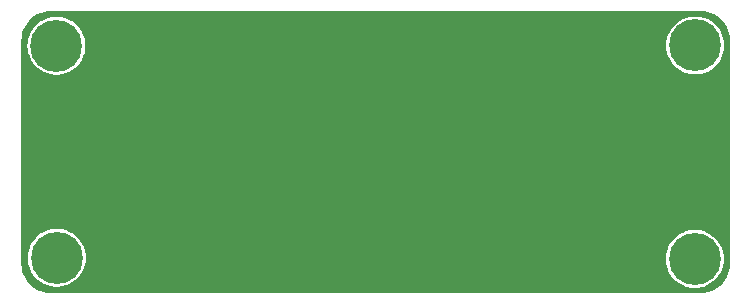
<source format=gbr>
%TF.GenerationSoftware,KiCad,Pcbnew,8.0.5*%
%TF.CreationDate,2024-11-27T10:58:11-07:00*%
%TF.ProjectId,PS2 PSU,50533220-5053-4552-9e6b-696361645f70,rev?*%
%TF.SameCoordinates,Original*%
%TF.FileFunction,Copper,L2,Bot*%
%TF.FilePolarity,Positive*%
%FSLAX46Y46*%
G04 Gerber Fmt 4.6, Leading zero omitted, Abs format (unit mm)*
G04 Created by KiCad (PCBNEW 8.0.5) date 2024-11-27 10:58:11*
%MOMM*%
%LPD*%
G01*
G04 APERTURE LIST*
%TA.AperFunction,ComponentPad*%
%ADD10C,0.700000*%
%TD*%
%TA.AperFunction,ComponentPad*%
%ADD11C,4.400000*%
%TD*%
%TA.AperFunction,ComponentPad*%
%ADD12C,2.010000*%
%TD*%
%TA.AperFunction,ViaPad*%
%ADD13C,0.600000*%
%TD*%
G04 APERTURE END LIST*
D10*
%TO.P,REF\u002A\u002A,1*%
%TO.N,N/C*%
X196350000Y-81825000D03*
X196833274Y-80658274D03*
X196833274Y-82991726D03*
X198000000Y-80175000D03*
D11*
X198000000Y-81825000D03*
D10*
X198000000Y-83475000D03*
X199166726Y-80658274D03*
X199166726Y-82991726D03*
X199650000Y-81825000D03*
%TD*%
D12*
%TO.P,J1,MH1,MH1*%
%TO.N,GND*%
X195377000Y-86555000D03*
%TO.P,J1,MH2,MH2*%
X199177000Y-86555000D03*
%TO.P,J1,MH3,MH3*%
X199177000Y-95195000D03*
%TO.P,J1,MH4,MH4*%
X195377000Y-95195000D03*
%TD*%
D10*
%TO.P,REF\u002A\u002A,1*%
%TO.N,N/C*%
X142275000Y-81850000D03*
X142758274Y-80683274D03*
X142758274Y-83016726D03*
X143925000Y-80200000D03*
D11*
X143925000Y-81850000D03*
D10*
X143925000Y-83500000D03*
X145091726Y-80683274D03*
X145091726Y-83016726D03*
X145575000Y-81850000D03*
%TD*%
%TO.P,REF\u002A\u002A,1*%
%TO.N,N/C*%
X142300000Y-99800000D03*
X142783274Y-98633274D03*
X142783274Y-100966726D03*
X143950000Y-98150000D03*
D11*
X143950000Y-99800000D03*
D10*
X143950000Y-101450000D03*
X145116726Y-98633274D03*
X145116726Y-100966726D03*
X145600000Y-99800000D03*
%TD*%
%TO.P,REF\u002A\u002A,1*%
%TO.N,N/C*%
X196325000Y-99900000D03*
X196808274Y-98733274D03*
X196808274Y-101066726D03*
X197975000Y-98250000D03*
D11*
X197975000Y-99900000D03*
D10*
X197975000Y-101550000D03*
X199141726Y-98733274D03*
X199141726Y-101066726D03*
X199625000Y-99900000D03*
%TD*%
D13*
%TO.N,GND*%
X167225000Y-91550000D03*
X187175000Y-98750000D03*
X165075000Y-99975000D03*
X174700000Y-91475000D03*
X184675000Y-87125000D03*
X150475000Y-85775000D03*
X176850000Y-93525000D03*
X167475000Y-87125000D03*
X150475000Y-86575000D03*
X154000000Y-85775000D03*
X165100000Y-92325000D03*
X187175000Y-99550000D03*
X184375000Y-92300000D03*
X154000000Y-87375000D03*
X182650000Y-84150000D03*
X148500000Y-83725000D03*
X187175000Y-100350000D03*
X150475000Y-87375000D03*
X163450000Y-84150000D03*
X148575000Y-91925000D03*
X165100000Y-91525000D03*
X154000000Y-86575000D03*
X165075000Y-99175000D03*
X175875000Y-87125000D03*
X155950000Y-83825000D03*
X182100000Y-84725000D03*
X187975000Y-99550000D03*
X157575000Y-93550000D03*
X165875000Y-99975000D03*
X177850000Y-87125000D03*
X148575000Y-91125000D03*
X176875000Y-91525000D03*
X167200000Y-94350000D03*
X173100000Y-84150000D03*
X187525000Y-87125000D03*
X165875000Y-99175000D03*
X148500000Y-84525000D03*
X184375000Y-91500000D03*
X174825000Y-99975000D03*
X155625000Y-99950000D03*
X157600000Y-91550000D03*
X187975000Y-98750000D03*
X157600000Y-92350000D03*
X172525000Y-84725000D03*
X152600000Y-86575000D03*
X162900000Y-84725000D03*
X175625000Y-99975000D03*
X155950000Y-84625000D03*
X175625000Y-99175000D03*
X157225000Y-99950000D03*
X191300000Y-91375000D03*
X157575000Y-94350000D03*
X167225000Y-92350000D03*
X176425000Y-99175000D03*
X166275000Y-87125000D03*
X167200000Y-93550000D03*
X176875000Y-92325000D03*
X186725000Y-87125000D03*
X165475000Y-87125000D03*
X157225000Y-99150000D03*
X148600000Y-89925000D03*
X176425000Y-99975000D03*
X185475000Y-87125000D03*
X174700000Y-92275000D03*
X162900000Y-85550000D03*
X177050000Y-87125000D03*
X148600000Y-89125000D03*
X182100000Y-85550000D03*
X187975000Y-100350000D03*
X175075000Y-87125000D03*
X166675000Y-99175000D03*
X156425000Y-99150000D03*
X191300000Y-90375000D03*
X155625000Y-99150000D03*
X174825000Y-99175000D03*
X156425000Y-99950000D03*
X172525000Y-85550000D03*
X168275000Y-87125000D03*
X151850000Y-86575000D03*
X166675000Y-99975000D03*
X176850000Y-94325000D03*
%TD*%
%TA.AperFunction,Conductor*%
%TO.N,GND*%
G36*
X198392366Y-78901392D02*
G01*
X198454524Y-78901391D01*
X198461988Y-78901615D01*
X198751267Y-78919061D01*
X198766068Y-78920853D01*
X199047472Y-78972273D01*
X199061965Y-78975835D01*
X199335138Y-79060707D01*
X199349104Y-79065987D01*
X199610094Y-79183081D01*
X199623314Y-79189997D01*
X199625987Y-79191607D01*
X199868335Y-79337614D01*
X199880639Y-79346076D01*
X199998601Y-79438144D01*
X200096852Y-79514828D01*
X200106139Y-79522076D01*
X200117335Y-79531955D01*
X200176219Y-79590585D01*
X200320039Y-79733784D01*
X200329967Y-79744938D01*
X200355124Y-79776884D01*
X200497849Y-79958124D01*
X200506942Y-79969670D01*
X200515456Y-79981935D01*
X200544894Y-80030322D01*
X200664130Y-80226311D01*
X200671109Y-80239512D01*
X200789330Y-80499986D01*
X200794672Y-80513931D01*
X200880724Y-80786727D01*
X200884351Y-80801212D01*
X200936988Y-81082379D01*
X200938847Y-81097196D01*
X200957488Y-81385503D01*
X200957746Y-81393504D01*
X200957746Y-100297170D01*
X200957521Y-100304640D01*
X200940055Y-100594025D01*
X200938258Y-100608856D01*
X200886793Y-100890347D01*
X200883226Y-100904854D01*
X200798283Y-101178118D01*
X200792997Y-101192091D01*
X200675807Y-101453155D01*
X200668879Y-101466391D01*
X200521144Y-101711469D01*
X200512675Y-101723775D01*
X200336542Y-101949306D01*
X200326660Y-101960498D01*
X200265718Y-102021663D01*
X200124675Y-102163217D01*
X200113513Y-102173144D01*
X199888618Y-102350101D01*
X199876344Y-102358613D01*
X199707016Y-102461524D01*
X199631809Y-102507233D01*
X199618599Y-102514208D01*
X199357964Y-102632344D01*
X199344011Y-102637681D01*
X199071047Y-102723620D01*
X199056553Y-102727239D01*
X198775257Y-102779724D01*
X198760432Y-102781575D01*
X198501611Y-102798138D01*
X198470368Y-102800138D01*
X198462452Y-102800391D01*
X143531741Y-102800391D01*
X143531725Y-102800390D01*
X143461986Y-102800390D01*
X143454501Y-102800164D01*
X143164439Y-102782623D01*
X143149574Y-102780818D01*
X142867444Y-102729120D01*
X142852905Y-102725537D01*
X142579053Y-102640205D01*
X142565052Y-102634895D01*
X142303487Y-102517178D01*
X142290228Y-102510219D01*
X142285288Y-102507233D01*
X142044766Y-102361835D01*
X142032442Y-102353329D01*
X141806649Y-102176433D01*
X141795441Y-102166504D01*
X141592614Y-101963680D01*
X141582685Y-101952472D01*
X141405792Y-101726687D01*
X141397285Y-101714363D01*
X141316543Y-101580800D01*
X141248887Y-101468885D01*
X141241938Y-101455643D01*
X141124209Y-101194064D01*
X141118906Y-101180078D01*
X141033569Y-100906223D01*
X141029988Y-100891699D01*
X140978284Y-100609551D01*
X140976480Y-100594691D01*
X140958972Y-100305239D01*
X140958746Y-100297752D01*
X140958746Y-99799994D01*
X141494655Y-99799994D01*
X141494655Y-99800005D01*
X141514014Y-100107725D01*
X141514015Y-100107732D01*
X141514016Y-100107736D01*
X141551577Y-100304640D01*
X141571795Y-100410623D01*
X141667078Y-100703874D01*
X141667080Y-100703879D01*
X141798362Y-100982867D01*
X141798366Y-100982873D01*
X141963577Y-101243206D01*
X141963579Y-101243209D01*
X141963584Y-101243216D01*
X142158623Y-101478976D01*
X142160132Y-101480800D01*
X142384902Y-101691874D01*
X142384912Y-101691882D01*
X142634348Y-101873108D01*
X142634353Y-101873110D01*
X142634360Y-101873116D01*
X142904565Y-102021663D01*
X142904570Y-102021665D01*
X142904572Y-102021666D01*
X142904573Y-102021667D01*
X143191253Y-102135171D01*
X143191256Y-102135172D01*
X143339148Y-102173144D01*
X143489914Y-102211854D01*
X143554091Y-102219961D01*
X143795816Y-102250499D01*
X143795825Y-102250499D01*
X143795828Y-102250500D01*
X143795830Y-102250500D01*
X144104170Y-102250500D01*
X144104172Y-102250500D01*
X144104175Y-102250499D01*
X144104183Y-102250499D01*
X144286722Y-102227438D01*
X144410086Y-102211854D01*
X144708743Y-102135172D01*
X144742853Y-102121667D01*
X144995426Y-102021667D01*
X144995427Y-102021666D01*
X144995425Y-102021666D01*
X144995435Y-102021663D01*
X145265640Y-101873116D01*
X145515096Y-101691876D01*
X145739869Y-101480799D01*
X145936416Y-101243216D01*
X146101635Y-100982871D01*
X146232922Y-100703873D01*
X146328206Y-100410619D01*
X146385984Y-100107736D01*
X146385985Y-100107725D01*
X146399054Y-99899994D01*
X195519655Y-99899994D01*
X195519655Y-99900005D01*
X195539014Y-100207725D01*
X195539015Y-100207732D01*
X195596795Y-100510623D01*
X195692078Y-100803874D01*
X195692080Y-100803879D01*
X195823362Y-101082867D01*
X195823366Y-101082873D01*
X195988577Y-101343206D01*
X195988579Y-101343209D01*
X195988584Y-101343216D01*
X196185131Y-101580799D01*
X196331103Y-101717877D01*
X196409902Y-101791874D01*
X196409912Y-101791882D01*
X196659348Y-101973108D01*
X196659353Y-101973110D01*
X196659360Y-101973116D01*
X196929565Y-102121663D01*
X196929570Y-102121665D01*
X196929572Y-102121666D01*
X196929573Y-102121667D01*
X197216253Y-102235171D01*
X197216256Y-102235172D01*
X197514910Y-102311853D01*
X197514914Y-102311854D01*
X197579091Y-102319961D01*
X197820816Y-102350499D01*
X197820825Y-102350499D01*
X197820828Y-102350500D01*
X197820830Y-102350500D01*
X198129170Y-102350500D01*
X198129172Y-102350500D01*
X198129175Y-102350499D01*
X198129183Y-102350499D01*
X198311722Y-102327438D01*
X198435086Y-102311854D01*
X198733743Y-102235172D01*
X198733746Y-102235171D01*
X199020426Y-102121667D01*
X199020427Y-102121666D01*
X199020425Y-102121666D01*
X199020435Y-102121663D01*
X199290640Y-101973116D01*
X199540096Y-101791876D01*
X199764869Y-101580799D01*
X199961416Y-101343216D01*
X200126635Y-101082871D01*
X200173694Y-100982867D01*
X200257919Y-100803879D01*
X200257922Y-100803873D01*
X200353206Y-100510619D01*
X200410984Y-100207736D01*
X200410985Y-100207725D01*
X200430345Y-99900005D01*
X200430345Y-99899994D01*
X200410985Y-99592274D01*
X200410984Y-99592267D01*
X200410984Y-99592264D01*
X200353206Y-99289381D01*
X200257922Y-98996127D01*
X200257919Y-98996120D01*
X200126637Y-98717132D01*
X200126633Y-98717126D01*
X199961422Y-98456793D01*
X199961420Y-98456791D01*
X199961416Y-98456784D01*
X199764869Y-98219201D01*
X199540096Y-98008124D01*
X199540093Y-98008122D01*
X199540087Y-98008117D01*
X199290651Y-97826891D01*
X199290644Y-97826886D01*
X199290640Y-97826884D01*
X199020435Y-97678337D01*
X199020432Y-97678335D01*
X199020427Y-97678333D01*
X199020426Y-97678332D01*
X198733746Y-97564828D01*
X198733743Y-97564827D01*
X198435089Y-97488146D01*
X198435076Y-97488144D01*
X198129183Y-97449500D01*
X198129172Y-97449500D01*
X197820828Y-97449500D01*
X197820816Y-97449500D01*
X197514923Y-97488144D01*
X197514910Y-97488146D01*
X197216256Y-97564827D01*
X197216253Y-97564828D01*
X196929573Y-97678332D01*
X196929572Y-97678333D01*
X196659360Y-97826884D01*
X196659348Y-97826891D01*
X196409912Y-98008117D01*
X196409902Y-98008125D01*
X196185132Y-98219199D01*
X195988577Y-98456793D01*
X195823366Y-98717126D01*
X195823362Y-98717132D01*
X195692080Y-98996120D01*
X195692078Y-98996125D01*
X195596795Y-99289376D01*
X195539015Y-99592267D01*
X195539014Y-99592274D01*
X195519655Y-99899994D01*
X146399054Y-99899994D01*
X146405345Y-99800005D01*
X146405345Y-99799994D01*
X146385985Y-99492274D01*
X146385984Y-99492267D01*
X146385984Y-99492264D01*
X146328206Y-99189381D01*
X146232922Y-98896127D01*
X146232919Y-98896120D01*
X146101637Y-98617132D01*
X146101633Y-98617126D01*
X145936422Y-98356793D01*
X145936420Y-98356791D01*
X145936416Y-98356784D01*
X145739869Y-98119201D01*
X145515096Y-97908124D01*
X145515093Y-97908122D01*
X145515087Y-97908117D01*
X145265651Y-97726891D01*
X145265644Y-97726886D01*
X145265640Y-97726884D01*
X144995435Y-97578337D01*
X144995432Y-97578335D01*
X144995427Y-97578333D01*
X144995426Y-97578332D01*
X144708746Y-97464828D01*
X144708743Y-97464827D01*
X144410089Y-97388146D01*
X144410076Y-97388144D01*
X144104183Y-97349500D01*
X144104172Y-97349500D01*
X143795828Y-97349500D01*
X143795816Y-97349500D01*
X143489923Y-97388144D01*
X143489910Y-97388146D01*
X143191256Y-97464827D01*
X143191253Y-97464828D01*
X142904573Y-97578332D01*
X142904572Y-97578333D01*
X142634360Y-97726884D01*
X142634348Y-97726891D01*
X142384912Y-97908117D01*
X142384902Y-97908125D01*
X142160132Y-98119199D01*
X141963577Y-98356793D01*
X141798366Y-98617126D01*
X141798362Y-98617132D01*
X141667080Y-98896120D01*
X141667078Y-98896125D01*
X141571795Y-99189376D01*
X141514015Y-99492267D01*
X141514014Y-99492274D01*
X141494655Y-99799994D01*
X140958746Y-99799994D01*
X140958746Y-81849994D01*
X141469655Y-81849994D01*
X141469655Y-81850005D01*
X141489014Y-82157725D01*
X141489015Y-82157732D01*
X141546795Y-82460623D01*
X141642078Y-82753874D01*
X141642080Y-82753879D01*
X141773362Y-83032867D01*
X141773366Y-83032873D01*
X141938577Y-83293206D01*
X141938579Y-83293209D01*
X141938584Y-83293216D01*
X142114449Y-83505799D01*
X142135132Y-83530800D01*
X142359902Y-83741874D01*
X142359912Y-83741882D01*
X142609348Y-83923108D01*
X142609353Y-83923110D01*
X142609360Y-83923116D01*
X142879565Y-84071663D01*
X142879570Y-84071665D01*
X142879572Y-84071666D01*
X142879573Y-84071667D01*
X143166253Y-84185171D01*
X143166256Y-84185172D01*
X143367541Y-84236853D01*
X143464914Y-84261854D01*
X143529091Y-84269961D01*
X143770816Y-84300499D01*
X143770825Y-84300499D01*
X143770828Y-84300500D01*
X143770830Y-84300500D01*
X144079170Y-84300500D01*
X144079172Y-84300500D01*
X144079175Y-84300499D01*
X144079183Y-84300499D01*
X144277075Y-84275499D01*
X144385086Y-84261854D01*
X144683743Y-84185172D01*
X144683746Y-84185171D01*
X144970426Y-84071667D01*
X144970427Y-84071666D01*
X144970425Y-84071666D01*
X144970435Y-84071663D01*
X145240640Y-83923116D01*
X145490096Y-83741876D01*
X145714869Y-83530799D01*
X145911416Y-83293216D01*
X146076635Y-83032871D01*
X146207922Y-82753873D01*
X146303206Y-82460619D01*
X146360984Y-82157736D01*
X146380345Y-81850000D01*
X146378772Y-81825005D01*
X146378771Y-81824994D01*
X195544655Y-81824994D01*
X195544655Y-81825005D01*
X195564014Y-82132725D01*
X195564015Y-82132732D01*
X195621795Y-82435623D01*
X195717078Y-82728874D01*
X195717080Y-82728879D01*
X195848362Y-83007867D01*
X195848366Y-83007873D01*
X196013577Y-83268206D01*
X196013579Y-83268209D01*
X196013584Y-83268216D01*
X196210131Y-83505799D01*
X196210132Y-83505800D01*
X196434902Y-83716874D01*
X196434912Y-83716882D01*
X196684348Y-83898108D01*
X196684353Y-83898110D01*
X196684360Y-83898116D01*
X196954565Y-84046663D01*
X196954570Y-84046665D01*
X196954572Y-84046666D01*
X196954573Y-84046667D01*
X197241253Y-84160171D01*
X197241256Y-84160172D01*
X197539910Y-84236853D01*
X197539914Y-84236854D01*
X197604091Y-84244961D01*
X197845816Y-84275499D01*
X197845825Y-84275499D01*
X197845828Y-84275500D01*
X197845830Y-84275500D01*
X198154170Y-84275500D01*
X198154172Y-84275500D01*
X198154175Y-84275499D01*
X198154183Y-84275499D01*
X198336722Y-84252438D01*
X198460086Y-84236854D01*
X198758743Y-84160172D01*
X198758746Y-84160171D01*
X199045426Y-84046667D01*
X199045427Y-84046666D01*
X199045425Y-84046666D01*
X199045435Y-84046663D01*
X199315640Y-83898116D01*
X199565096Y-83716876D01*
X199789869Y-83505799D01*
X199986416Y-83268216D01*
X200151635Y-83007871D01*
X200282922Y-82728873D01*
X200378206Y-82435619D01*
X200435984Y-82132736D01*
X200455345Y-81825000D01*
X200437557Y-81542274D01*
X200435985Y-81517274D01*
X200435984Y-81517267D01*
X200435984Y-81517264D01*
X200378206Y-81214381D01*
X200282922Y-80921127D01*
X200282919Y-80921120D01*
X200151637Y-80642132D01*
X200151633Y-80642126D01*
X199986422Y-80381793D01*
X199986420Y-80381791D01*
X199986416Y-80381784D01*
X199789869Y-80144201D01*
X199565096Y-79933124D01*
X199565093Y-79933122D01*
X199565087Y-79933117D01*
X199315651Y-79751891D01*
X199315644Y-79751886D01*
X199315640Y-79751884D01*
X199045435Y-79603337D01*
X199045432Y-79603335D01*
X199045427Y-79603333D01*
X199045426Y-79603332D01*
X198758746Y-79489828D01*
X198758743Y-79489827D01*
X198460089Y-79413146D01*
X198460076Y-79413144D01*
X198154183Y-79374500D01*
X198154172Y-79374500D01*
X197845828Y-79374500D01*
X197845816Y-79374500D01*
X197539923Y-79413144D01*
X197539910Y-79413146D01*
X197241256Y-79489827D01*
X197241253Y-79489828D01*
X196954573Y-79603332D01*
X196954572Y-79603333D01*
X196684360Y-79751884D01*
X196684348Y-79751891D01*
X196434912Y-79933117D01*
X196434902Y-79933125D01*
X196210132Y-80144199D01*
X196013577Y-80381793D01*
X195848366Y-80642126D01*
X195848362Y-80642132D01*
X195717080Y-80921120D01*
X195717078Y-80921125D01*
X195621795Y-81214376D01*
X195564015Y-81517267D01*
X195564014Y-81517274D01*
X195544655Y-81824994D01*
X146378771Y-81824994D01*
X146360985Y-81542274D01*
X146360984Y-81542267D01*
X146360984Y-81542264D01*
X146303206Y-81239381D01*
X146207922Y-80946127D01*
X146196155Y-80921120D01*
X146076637Y-80667132D01*
X146076633Y-80667126D01*
X146060771Y-80642132D01*
X145984361Y-80521728D01*
X145911422Y-80406793D01*
X145911420Y-80406791D01*
X145911416Y-80406784D01*
X145714869Y-80169201D01*
X145490096Y-79958124D01*
X145490093Y-79958122D01*
X145490087Y-79958117D01*
X145240651Y-79776891D01*
X145240644Y-79776886D01*
X145240640Y-79776884D01*
X144970435Y-79628337D01*
X144970432Y-79628335D01*
X144970427Y-79628333D01*
X144970426Y-79628332D01*
X144683746Y-79514828D01*
X144683743Y-79514827D01*
X144385089Y-79438146D01*
X144385076Y-79438144D01*
X144079183Y-79399500D01*
X144079172Y-79399500D01*
X143770828Y-79399500D01*
X143770816Y-79399500D01*
X143464923Y-79438144D01*
X143464910Y-79438146D01*
X143166256Y-79514827D01*
X143166253Y-79514828D01*
X142879573Y-79628332D01*
X142879572Y-79628333D01*
X142609360Y-79776884D01*
X142609348Y-79776891D01*
X142359912Y-79958117D01*
X142359902Y-79958125D01*
X142135132Y-80169199D01*
X142092947Y-80220192D01*
X141959259Y-80381793D01*
X141938577Y-80406793D01*
X141773366Y-80667126D01*
X141773362Y-80667132D01*
X141642080Y-80946120D01*
X141642078Y-80946125D01*
X141546795Y-81239376D01*
X141489015Y-81542267D01*
X141489014Y-81542274D01*
X141469655Y-81849994D01*
X140958746Y-81849994D01*
X140958746Y-81404642D01*
X140958972Y-81397155D01*
X140970029Y-81214376D01*
X140976518Y-81107098D01*
X140978323Y-81092236D01*
X140978782Y-81089733D01*
X141030028Y-80810093D01*
X141033607Y-80795576D01*
X141118947Y-80521716D01*
X141124248Y-80507740D01*
X141241978Y-80246157D01*
X141248923Y-80232924D01*
X141397323Y-79987446D01*
X141405822Y-79975134D01*
X141582729Y-79749330D01*
X141592642Y-79738142D01*
X141795478Y-79535311D01*
X141806671Y-79525396D01*
X142032475Y-79348492D01*
X142044771Y-79340005D01*
X142290261Y-79191605D01*
X142303504Y-79184655D01*
X142565077Y-79066934D01*
X142579060Y-79061631D01*
X142852927Y-78976294D01*
X142867444Y-78972716D01*
X143149588Y-78921015D01*
X143164438Y-78919212D01*
X143455416Y-78901616D01*
X143462890Y-78901391D01*
X143524131Y-78901392D01*
X143524135Y-78901391D01*
X198392362Y-78901391D01*
X198392366Y-78901392D01*
G37*
%TD.AperFunction*%
%TD*%
M02*

</source>
